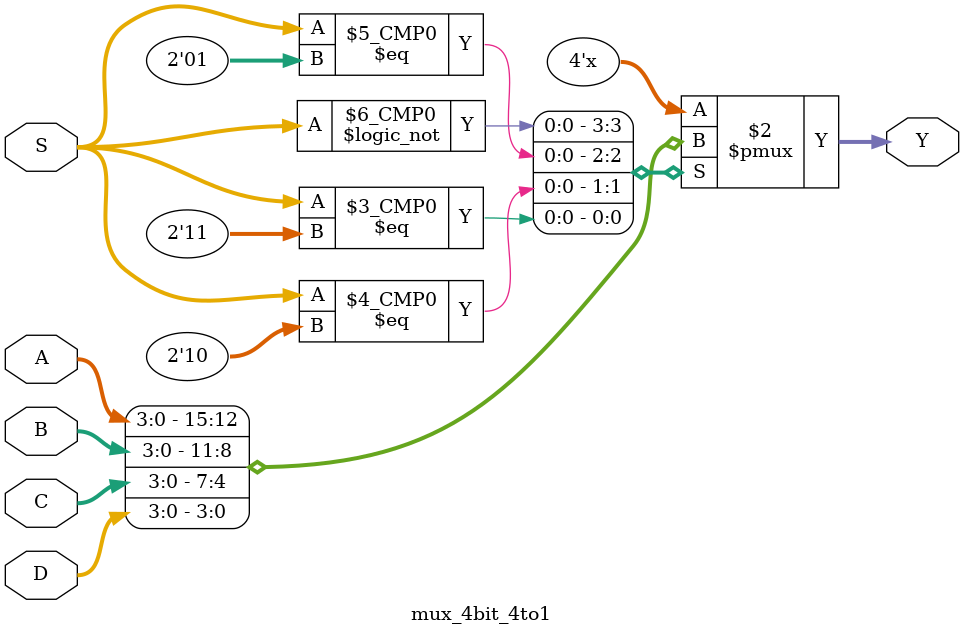
<source format=v>
`timescale 1ns / 1ps
`default_nettype none
module mux_4bit_4to1(Y,A,B,C,D,S);

//declare output and input ports
output reg [3:0] Y; // declare output as reg as it will modified
input wire [3:0] A,B,C,D; // 4 bit input wires
input wire [1:0] S; // declaring inputs

always@(*)// the * triggers when anything changes
// no begin usage as it is one clause
    case(S) // case selection based on S
        2'b00: Y=A; //when S==2'b00
        2'b01: Y=B; //when S==2'b01
        2'b10: Y=C; //when S==2'b10
        2'b11: Y=D; //when S==2'b11

     endcase // designates the end of the case
     
endmodule


//////////////////////////////////////////////////////////////////////////////////
// Company: 
// Engineer: 
// 
// Create Date: 03/05/2025 06:28:27 PM
// Design Name: 
// Module Name: mux_4bit_4to1
// Project Name: 
// Target Devices: 
// Tool Versions: 
// Description: 
// 
// Dependencies: 
// 
// Revision:
// Revision 0.01 - File Created
// Additional Comments:
// 
//////////////////////////////////////////////////////////////////////////////////

</source>
